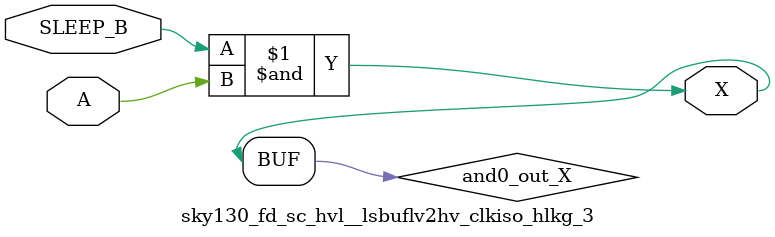
<source format=v>
/*
 * Copyright 2020 The SkyWater PDK Authors
 *
 * Licensed under the Apache License, Version 2.0 (the "License");
 * you may not use this file except in compliance with the License.
 * You may obtain a copy of the License at
 *
 *     https://www.apache.org/licenses/LICENSE-2.0
 *
 * Unless required by applicable law or agreed to in writing, software
 * distributed under the License is distributed on an "AS IS" BASIS,
 * WITHOUT WARRANTIES OR CONDITIONS OF ANY KIND, either express or implied.
 * See the License for the specific language governing permissions and
 * limitations under the License.
 *
 * SPDX-License-Identifier: Apache-2.0
*/


`ifndef SKY130_FD_SC_HVL__LSBUFLV2HV_CLKISO_HLKG_3_FUNCTIONAL_V
`define SKY130_FD_SC_HVL__LSBUFLV2HV_CLKISO_HLKG_3_FUNCTIONAL_V

/**
 * lsbuflv2hv_clkiso_hlkg: Level-shift clock buffer, low voltage to
 *                         high voltage, isolated well
 *                         on input buffer, inverting sleep
 *                         mode input.
 *
 * Verilog simulation functional model.
 */

`timescale 1ns / 1ps
`default_nettype none

`celldefine
module sky130_fd_sc_hvl__lsbuflv2hv_clkiso_hlkg_3 (
    X      ,
    A      ,
    SLEEP_B
);

    // Module ports
    output X      ;
    input  A      ;
    input  SLEEP_B;

    // Local signals
    wire SLEEP     ;
    wire and0_out_X;

    //  Name  Output      Other arguments
    not not0 (SLEEP     , SLEEP_B        );
    and and0 (and0_out_X, SLEEP_B, A     );
    buf buf0 (X         , and0_out_X     );

endmodule
`endcelldefine

`default_nettype wire
`endif  // SKY130_FD_SC_HVL__LSBUFLV2HV_CLKISO_HLKG_3_FUNCTIONAL_V

</source>
